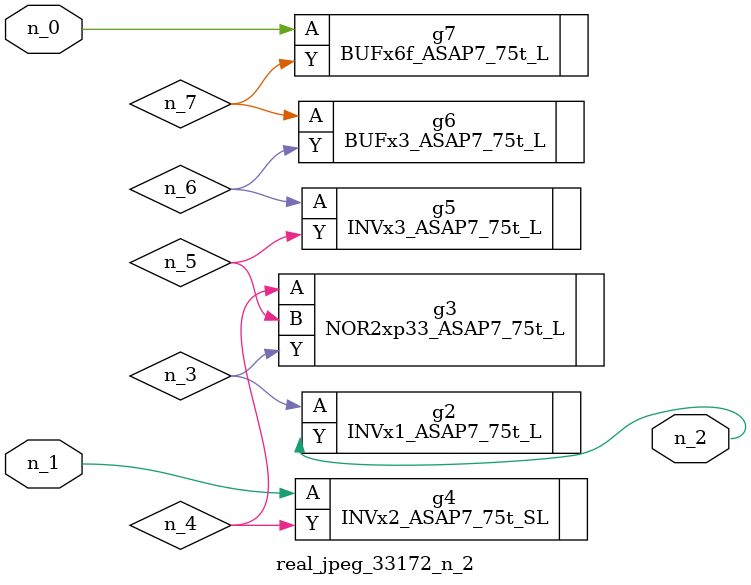
<source format=v>
module real_jpeg_33172_n_2 (n_1, n_0, n_2);

input n_1;
input n_0;

output n_2;

wire n_5;
wire n_4;
wire n_6;
wire n_7;
wire n_3;

BUFx6f_ASAP7_75t_L g7 ( 
.A(n_0),
.Y(n_7)
);

INVx2_ASAP7_75t_SL g4 ( 
.A(n_1),
.Y(n_4)
);

INVx1_ASAP7_75t_L g2 ( 
.A(n_3),
.Y(n_2)
);

NOR2xp33_ASAP7_75t_L g3 ( 
.A(n_4),
.B(n_5),
.Y(n_3)
);

INVx3_ASAP7_75t_L g5 ( 
.A(n_6),
.Y(n_5)
);

BUFx3_ASAP7_75t_L g6 ( 
.A(n_7),
.Y(n_6)
);


endmodule
</source>
